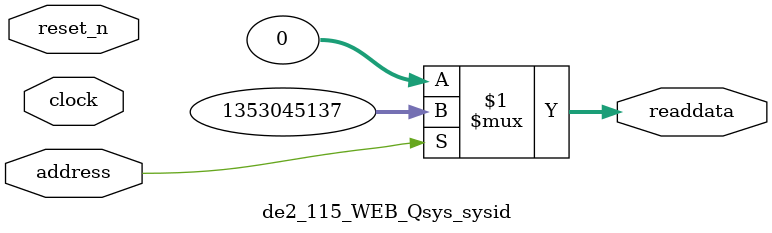
<source format=v>

`timescale 1ns / 1ps
// synthesis translate_on

// turn off superfluous verilog processor warnings 
// altera message_level Level1 
// altera message_off 10034 10035 10036 10037 10230 10240 10030 

module de2_115_WEB_Qsys_sysid (
               // inputs:
                address,
                clock,
                reset_n,

               // outputs:
                readdata
             )
;

  output  [ 31: 0] readdata;
  input            address;
  input            clock;
  input            reset_n;

  wire    [ 31: 0] readdata;
  //control_slave, which is an e_avalon_slave
  assign readdata = address ? 1353045137 : 0;

endmodule




</source>
